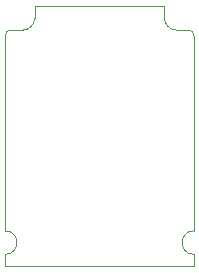
<source format=gbr>
%TF.GenerationSoftware,KiCad,Pcbnew,5.99.0-unknown-a208dac8d8~131~ubuntu20.04.1*%
%TF.CreationDate,2021-09-06T21:34:54-05:00*%
%TF.ProjectId,minimum,6d696e69-6d75-46d2-9e6b-696361645f70,rev?*%
%TF.SameCoordinates,Original*%
%TF.FileFunction,Profile,NP*%
%FSLAX46Y46*%
G04 Gerber Fmt 4.6, Leading zero omitted, Abs format (unit mm)*
G04 Created by KiCad (PCBNEW 5.99.0-unknown-a208dac8d8~131~ubuntu20.04.1) date 2021-09-06 21:34:54*
%MOMM*%
%LPD*%
G01*
G04 APERTURE LIST*
%TA.AperFunction,Profile*%
%ADD10C,0.050000*%
%TD*%
G04 APERTURE END LIST*
D10*
X106500000Y-60000000D02*
X107500000Y-60000000D01*
X108000000Y-80000000D02*
X92000000Y-80000000D01*
X94500003Y-59000003D02*
G75*
G02*
X93500000Y-60000000I-1000000J3D01*
G01*
X91999999Y-60499999D02*
G75*
G02*
X92500000Y-60000000I500000J-1D01*
G01*
X92000000Y-79000000D02*
X92000000Y-80000000D01*
X105500000Y-58000000D02*
X105500000Y-59000000D01*
X108000000Y-77000000D02*
G75*
G03*
X108000000Y-79000000I0J-1000000D01*
G01*
X92000000Y-79000000D02*
G75*
G03*
X92000000Y-77000000I0J1000000D01*
G01*
X94500000Y-59000000D02*
X94500000Y-58000000D01*
X94500000Y-58000000D02*
X105500000Y-58000000D01*
X108000000Y-60500000D02*
X108000000Y-77000000D01*
X106499997Y-60000003D02*
G75*
G02*
X105500000Y-59000000I3J1000000D01*
G01*
X92000000Y-77000000D02*
X92000000Y-60500000D01*
X92500000Y-60000000D02*
X93500000Y-60000000D01*
X108000000Y-79000000D02*
X108000000Y-80000000D01*
X107999999Y-60499999D02*
G75*
G03*
X107500000Y-60000000I-499999J0D01*
G01*
M02*

</source>
